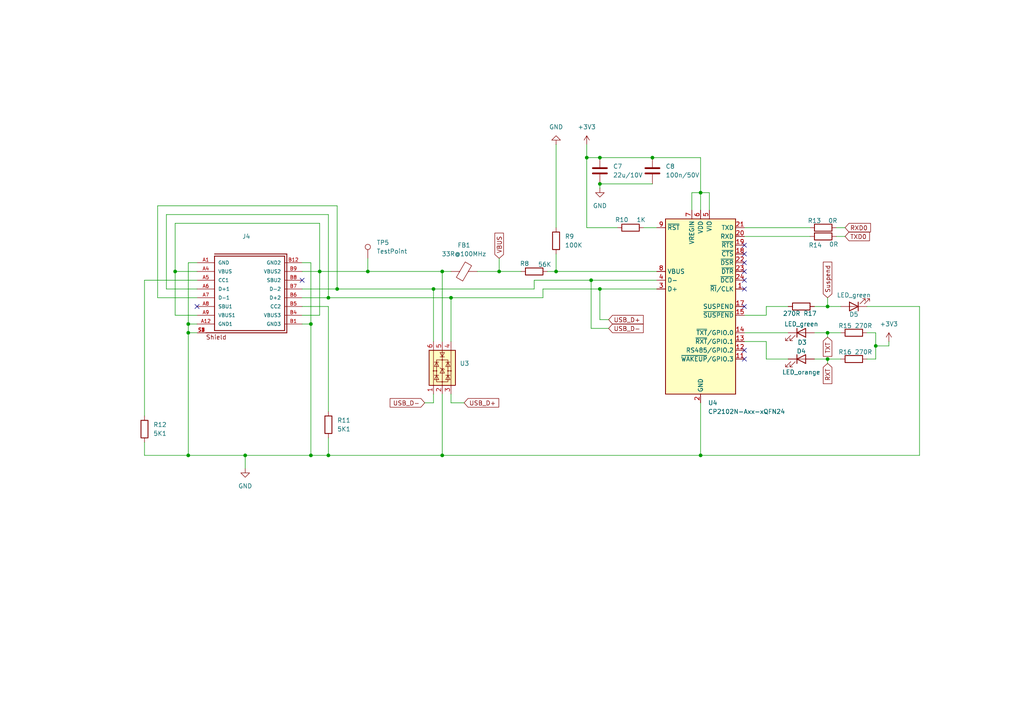
<source format=kicad_sch>
(kicad_sch (version 20250114) (generator "eeschema") (generator_version "9.0")
  (paper "A4")
  (title_block (title "USB_C connector"))
  (lib_symbols
    (symbol "629722000214:629722000214" (pin_names (offset 1.016))
      (property "Reference" "J" (at 0 11.43 0))
      (property "Value" "629722000214" (at 0 -15.24 0))
      (symbol "629722000214_0_0"
        (polyline (pts (xy -12.7 -12.7) (xy 10.795 -12.7)) (stroke (width 0.254)))
        (polyline (pts (xy -10.16 10.16) (xy 10.795 10.16)) (stroke (width 0.254)))
        (polyline (pts (xy -10.16 9.525) (xy 10.16 9.525)) (stroke (width 0.254)))
        (polyline (pts (xy -10.16 -12.065) (xy -10.16 9.525)) (stroke (width 0.254)))
        (polyline (pts (xy 10.16 9.525) (xy 10.16 -12.065)) (stroke (width 0.254)))
        (polyline (pts (xy 10.16 -12.065) (xy -10.16 -12.065)) (stroke (width 0.254)))
        (polyline (pts (xy 10.795 10.16) (xy 10.795 -12.7)) (stroke (width 0.254)))
        (text "Shield" (at -12.7 -14.732 0) (effects (font (size 1.27 1.27)) (justify left bottom)))
        (pin passive line (at -15.24 7.62 0) (length 5.08) (name "GND") (number "A1"))
        (pin passive line (at -15.24 5.08 0) (length 5.08) (name "VBUS") (number "A4"))
        (pin passive line (at -15.24 2.54 0) (length 5.08) (name "CC1") (number "A5"))
        (pin passive line (at -15.24 0 0) (length 5.08) (name "D+1") (number "A6"))
        (pin passive line (at -15.24 -2.54 0) (length 5.08) (name "D-1") (number "A7"))
        (pin passive line (at -15.24 -5.08 0) (length 5.08) (name "SBU1") (number "A8"))
        (pin passive line (at -15.24 -7.62 0) (length 5.08) (name "VBUS1") (number "A9"))
        (pin passive line (at -15.24 -10.16 0) (length 5.08) (name "GND1") (number "A12"))
        (pin passive line (at -15.24 -12.7 0) (length 2.54) (name "~") (number "S1"))
        (pin passive line (at -15.24 -12.7 0) (length 2.54) (name "~") (number "S2"))
        (pin passive line (at -15.24 -12.7 0) (length 2.54) (name "~") (number "S3"))
        (pin passive line (at -15.24 -12.7 0) (length 2.54) (name "~") (number "S4"))
        (pin passive line (at 15.24 7.62 180) (length 5.08) (name "GND2") (number "B12"))
        (pin passive line (at 15.24 5.08 180) (length 5.08) (name "VBUS2") (number "B9"))
        (pin passive line (at 15.24 2.54 180) (length 5.08) (name "SBU2") (number "B8"))
        (pin passive line (at 15.24 0 180) (length 5.08) (name "D-2") (number "B7"))
        (pin passive line (at 15.24 -2.54 180) (length 5.08) (name "D+2") (number "B6"))
        (pin passive line (at 15.24 -5.08 180) (length 5.08) (name "CC2") (number "B5"))
        (pin passive line (at 15.24 -7.62 180) (length 5.08) (name "VBUS3") (number "B4"))
        (pin passive line (at 15.24 -10.16 180) (length 5.08) (name "GND3") (number "B1"))
      )
    )
    (symbol "Connector:TestPoint" (pin_numbers (hide yes)) (pin_names (offset 0.762) (hide yes))
      (property "Reference" "TP" (at 0 6.858 0))
      (property "Value" "TestPoint" (at 0 5.08 0))
      (symbol "TestPoint_0_1"
        (circle (center 0 3.302) (radius 0.762))
      )
      (symbol "TestPoint_1_1"
        (pin passive line (at 0 0 90) (length 2.54) (name "1") (number "1"))
      )
    )
    (symbol "Device:C" (pin_numbers (hide yes)) (pin_names (offset 0.254))
      (property "Reference" "C" (at 0.635 2.54 0))
      (property "Value" "C" (at 0.635 -2.54 0))
      (symbol "C_0_1"
        (polyline (pts (xy -2.032 0.762) (xy 2.032 0.762)) (stroke (width 0.508)))
        (polyline (pts (xy -2.032 -0.762) (xy 2.032 -0.762)) (stroke (width 0.508)))
      )
      (symbol "C_1_1"
        (pin passive line (at 0 3.81 270) (length 2.794) (name "~") (number "1"))
        (pin passive line (at 0 -3.81 90) (length 2.794) (name "~") (number "2"))
      )
    )
    (symbol "Device:FerriteBead" (pin_numbers (hide yes)) (pin_names (offset 0))
      (property "Reference" "FB" (at -3.81 0.635 90))
      (property "Value" "FerriteBead" (at 3.81 0 90))
      (symbol "FerriteBead_0_1"
        (polyline (pts (xy -2.7686 0.4064) (xy -1.7018 2.2606) (xy 2.7686 -0.3048) (xy 1.6764 -2.159) (xy -2.7686 0.4064)))
        (polyline (pts (xy 0 1.27) (xy 0 1.2954)))
        (polyline (pts (xy 0 -1.27) (xy 0 -1.2192)))
      )
      (symbol "FerriteBead_1_1"
        (pin passive line (at 0 3.81 270) (length 2.54) (name "~") (number "1"))
        (pin passive line (at 0 -3.81 90) (length 2.54) (name "~") (number "2"))
      )
    )
    (symbol "Device:LED" (pin_numbers (hide yes)) (pin_names (offset 1.016) (hide yes))
      (property "Reference" "D" (at 0 2.54 0))
      (property "Value" "LED" (at 0 -2.54 0))
      (symbol "LED_0_1"
        (polyline (pts (xy -3.048 -0.762) (xy -4.572 -2.286) (xy -3.81 -2.286) (xy -4.572 -2.286) (xy -4.572 -1.524)))
        (polyline (pts (xy -1.778 -0.762) (xy -3.302 -2.286) (xy -2.54 -2.286) (xy -3.302 -2.286) (xy -3.302 -1.524)))
        (polyline (pts (xy -1.27 0) (xy 1.27 0)))
        (polyline (pts (xy -1.27 -1.27) (xy -1.27 1.27)) (stroke (width 0.254)))
        (polyline (pts (xy 1.27 -1.27) (xy 1.27 1.27) (xy -1.27 0) (xy 1.27 -1.27)) (stroke (width 0.254)))
      )
      (symbol "LED_1_1"
        (pin passive line (at -3.81 0 0) (length 2.54) (name "K") (number "1"))
        (pin passive line (at 3.81 0 180) (length 2.54) (name "A") (number "2"))
      )
    )
    (symbol "Device:R" (pin_numbers (hide yes)) (pin_names (offset 0))
      (property "Reference" "R" (at 2.032 0 90))
      (property "Value" "R" (at 0 0 90))
      (symbol "R_0_1"
        (rectangle (start -1.016 -2.54) (end 1.016 2.54) (stroke (width 0.254)))
      )
      (symbol "R_1_1"
        (pin passive line (at 0 3.81 270) (length 1.27) (name "~") (number "1"))
        (pin passive line (at 0 -3.81 90) (length 1.27) (name "~") (number "2"))
      )
    )
    (symbol "Interface_USB:CP2102N-Axx-xQFN24"
      (property "Reference" "U" (at -8.89 26.67 0))
      (property "Value" "CP2102N-Axx-xQFN24" (at 13.97 26.67 0))
      (symbol "CP2102N-Axx-xQFN24_0_1"
        (rectangle (start -10.16 25.4) (end 10.16 -25.4) (stroke (width 0.254)) (fill (type background)))
      )
      (symbol "CP2102N-Axx-xQFN24_1_1"
        (pin input line (at -12.7 22.86 0) (length 2.54) (name "~{RST}") (number "9"))
        (pin input line (at -12.7 10.16 0) (length 2.54) (name "VBUS") (number "8"))
        (pin bidirectional line (at -12.7 7.62 0) (length 2.54) (name "D-") (number "4"))
        (pin bidirectional line (at -12.7 5.08 0) (length 2.54) (name "D+") (number "3"))
        (pin no_connect line (at -10.16 -22.86 0) (length 2.54) (hide yes) (name "NC") (number "10"))
        (pin power_in line (at -2.54 27.94 270) (length 2.54) (name "VREGIN") (number "7"))
        (pin power_in line (at 0 27.94 270) (length 2.54) (name "VDD") (number "6"))
        (pin power_in line (at 0 -27.94 90) (length 2.54) (name "GND") (number "2"))
        (pin passive line (at 0 -27.94 90) (length 2.54) (hide yes) (name "GND") (number "25"))
        (pin power_in line (at 2.54 27.94 270) (length 2.54) (name "VIO") (number "5"))
        (pin no_connect line (at 10.16 -22.86 180) (length 2.54) (hide yes) (name "NC") (number "16"))
        (pin output line (at 12.7 22.86 180) (length 2.54) (name "TXD") (number "21"))
        (pin input line (at 12.7 20.32 180) (length 2.54) (name "RXD") (number "20"))
        (pin output line (at 12.7 17.78 180) (length 2.54) (name "~{RTS}") (number "19"))
        (pin input line (at 12.7 15.24 180) (length 2.54) (name "~{CTS}") (number "18"))
        (pin input line (at 12.7 12.7 180) (length 2.54) (name "~{DSR}") (number "22"))
        (pin output line (at 12.7 10.16 180) (length 2.54) (name "~{DTR}") (number "23"))
        (pin input line (at 12.7 7.62 180) (length 2.54) (name "~{DCD}") (number "24"))
        (pin bidirectional line (at 12.7 5.08 180) (length 2.54) (name "~{RI}/CLK") (number "1"))
        (pin output line (at 12.7 0 180) (length 2.54) (name "SUSPEND") (number "17"))
        (pin output line (at 12.7 -2.54 180) (length 2.54) (name "~{SUSPEND}") (number "15"))
        (pin bidirectional line (at 12.7 -7.62 180) (length 2.54) (name "~{TXT}/GPIO.0") (number "14"))
        (pin bidirectional line (at 12.7 -10.16 180) (length 2.54) (name "~{RXT}/GPIO.1") (number "13"))
        (pin bidirectional line (at 12.7 -12.7 180) (length 2.54) (name "RS485/GPIO.2") (number "12"))
        (pin bidirectional line (at 12.7 -15.24 180) (length 2.54) (name "~{WAKEUP}/GPIO.3") (number "11"))
      )
    )
    (symbol "Power_Protection:WE-TVS-82400102"
      (property "Reference" "U" (at 0 7.62 0))
      (property "Value" "WE-TVS-82400102" (at 0 5.08 0))
      (symbol "WE-TVS-82400102_0_1"
        (polyline (pts (xy -5.08 2.54) (xy 5.08 2.54)))
        (polyline (pts (xy -5.08 -2.54) (xy 5.08 -2.54)))
        (rectangle (start -4.064 1.651) (end 2.286 -1.651))
        (circle (center -4.064 0) (radius 0.127))
        (polyline (pts (xy -4.064 0) (xy -5.08 0)))
        (polyline (pts (xy -4.064 0) (xy 2.286 0)) (fill (type outline)))
        (polyline (pts (xy -3.429 1.016) (xy -3.429 2.286) (xy -2.159 1.651) (xy -3.429 1.016)))
        (polyline (pts (xy -3.429 -1.016) (xy -3.429 -2.286) (xy -2.159 -1.651) (xy -3.429 -1.016)))
        (polyline (pts (xy -2.159 2.286) (xy -2.159 1.016)))
        (polyline (pts (xy -2.159 -1.016) (xy -2.159 -2.286)))
        (circle (center -0.889 2.54) (radius 0.127))
        (circle (center -0.889 1.651) (radius 0.127))
        (polyline (pts (xy -0.889 1.651) (xy -0.889 2.54)))
        (circle (center -0.889 -1.651) (radius 0.127))
        (polyline (pts (xy -0.889 -1.651) (xy -0.889 -2.413)))
        (circle (center -0.889 -2.54) (radius 0.127))
        (polyline (pts (xy -0.508 -0.635) (xy -0.508 -0.635)))
        (polyline (pts (xy 0 0.635) (xy -0.254 0.381) (xy -0.254 -0.381) (xy -0.508 -0.635)))
        (polyline (pts (xy 0.381 1.016) (xy 0.381 2.286) (xy 1.651 1.651) (xy 0.381 1.016)))
        (polyline (pts (xy 0.381 -1.016) (xy 0.381 -2.286) (xy 1.651 -1.651) (xy 0.381 -1.016)))
        (polyline (pts (xy 1.651 2.286) (xy 1.651 1.016)))
        (polyline (pts (xy 1.651 -1.016) (xy 1.651 -2.286)))
        (polyline (pts (xy 2.286 0) (xy 5.08 0)))
        (circle (center 2.286 0) (radius 0.127))
      )
      (symbol "WE-TVS-82400102_1_1"
        (rectangle (start -5.08 3.81) (end 5.08 -3.81) (stroke (width 0.254)) (fill (type background)))
        (polyline (pts (xy -1.524 0.635) (xy -1.524 -0.635) (xy -0.254 0) (xy -1.524 0.635)))
        (polyline (pts (xy 3.175 0.635) (xy 3.175 -0.635)))
        (polyline (pts (xy 4.445 0.635) (xy 4.445 -0.635) (xy 3.175 0) (xy 4.445 0.635)))
        (pin passive line (at -7.62 2.54 0) (length 2.54) (name "~") (number "1"))
        (pin passive line (at -7.62 0 0) (length 2.54) (name "~") (number "2"))
        (pin passive line (at -7.62 -2.54 0) (length 2.54) (name "~") (number "3"))
        (pin passive line (at 7.62 2.54 180) (length 2.54) (name "~") (number "6"))
        (pin passive line (at 7.62 0 180) (length 2.54) (name "~") (number "5"))
        (pin passive line (at 7.62 -2.54 180) (length 2.54) (name "~") (number "4"))
      )
    )
    (symbol "power:+3V3" (power) (pin_numbers (hide yes)) (pin_names (offset 0) (hide yes))
      (property "Value" "+3V3" (at 0 3.556 0))
      (symbol "+3V3_0_1"
        (polyline (pts (xy -0.762 1.27) (xy 0 2.54)))
        (polyline (pts (xy 0 2.54) (xy 0.762 1.27)))
        (polyline (pts (xy 0 0) (xy 0 2.54)))
      )
      (symbol "+3V3_1_1"
        (pin power_in line (at 0 0 90) (length 0) (name "~") (number "1"))
      )
    )
    (symbol "power:GND" (power) (pin_numbers (hide yes)) (pin_names (offset 0) (hide yes))
      (property "Value" "GND" (at 0 -3.81 0))
      (symbol "GND_0_1"
        (polyline (pts (xy 0 0) (xy 0 -1.27) (xy 1.27 -1.27) (xy 0 -2.54) (xy -1.27 -1.27) (xy 0 -1.27)))
      )
      (symbol "GND_1_1"
        (pin power_in line (at 0 0 270) (length 0) (name "~") (number "1"))
      )
    )
  )
  (junction (at 173.99 83.82))
  (junction (at 128.27 78.74))
  (junction (at 240.03 88.9))
  (junction (at 203.2 132.08))
  (junction (at 254 100.33))
  (junction (at 240.03 104.14))
  (junction (at 240.03 96.52))
  (junction (at 128.27 132.08))
  (junction (at 144.78 78.74))
  (junction (at 170.18 45.72))
  (junction (at 106.68 78.74))
  (junction (at 95.25 132.08))
  (junction (at 171.45 81.28))
  (junction (at 173.99 45.72))
  (junction (at 54.61 96.52))
  (junction (at 95.25 86.36))
  (junction (at 173.99 53.34))
  (junction (at 203.2 55.88))
  (junction (at 54.61 132.08))
  (junction (at 189.23 45.72))
  (junction (at 161.29 78.74))
  (junction (at 125.73 83.82))
  (junction (at 54.61 93.98))
  (junction (at 50.8 78.74))
  (junction (at 90.17 93.98))
  (junction (at 97.79 83.82))
  (junction (at 90.17 132.08))
  (junction (at 71.12 132.08))
  (junction (at 92.71 78.74))
  (junction (at 130.81 86.36))
  (no_connect (at 215.9 88.9))
  (no_connect (at 215.9 78.74))
  (no_connect (at 215.9 83.82))
  (no_connect (at 87.63 81.28))
  (no_connect (at 215.9 104.14))
  (no_connect (at 57.15 88.9))
  (no_connect (at 215.9 73.66))
  (no_connect (at 215.9 76.2))
  (no_connect (at 215.9 81.28))
  (no_connect (at 215.9 71.12))
  (no_connect (at 215.9 101.6))
  (wire (pts (xy 90.17 76.2) (xy 90.17 93.98)))
  (wire (pts (xy 215.9 91.44) (xy 222.25 91.44)))
  (wire (pts (xy 176.53 95.25) (xy 171.45 95.25)))
  (wire (pts (xy 173.99 53.34) (xy 173.99 54.61)))
  (wire (pts (xy 257.81 100.33) (xy 254 100.33)))
  (wire (pts (xy 57.15 78.74) (xy 50.8 78.74)))
  (wire (pts (xy 254 100.33) (xy 254 104.14)))
  (wire (pts (xy 236.22 96.52) (xy 240.03 96.52)))
  (wire (pts (xy 50.8 64.77) (xy 92.71 64.77)))
  (wire (pts (xy 87.63 88.9) (xy 95.25 88.9)))
  (wire (pts (xy 173.99 45.72) (xy 189.23 45.72)))
  (wire (pts (xy 215.9 96.52) (xy 228.6 96.52)))
  (wire (pts (xy 95.25 86.36) (xy 130.81 86.36)))
  (wire (pts (xy 186.69 66.04) (xy 190.5 66.04)))
  (wire (pts (xy 95.25 88.9) (xy 95.25 119.38)))
  (wire (pts (xy 254 96.52) (xy 254 100.33)))
  (wire (pts (xy 170.18 66.04) (xy 179.07 66.04)))
  (wire (pts (xy 161.29 73.66) (xy 161.29 78.74)))
  (wire (pts (xy 41.91 128.27) (xy 41.91 132.08)))
  (wire (pts (xy 87.63 91.44) (xy 92.71 91.44)))
  (wire (pts (xy 251.46 96.52) (xy 254 96.52)))
  (wire (pts (xy 57.15 86.36) (xy 45.72 86.36)))
  (wire (pts (xy 205.74 60.96) (xy 205.74 55.88)))
  (wire (pts (xy 54.61 132.08) (xy 71.12 132.08)))
  (wire (pts (xy 158.75 78.74) (xy 161.29 78.74)))
  (wire (pts (xy 41.91 81.28) (xy 57.15 81.28)))
  (wire (pts (xy 45.72 86.36) (xy 45.72 59.69)))
  (wire (pts (xy 128.27 114.3) (xy 128.27 132.08)))
  (wire (pts (xy 170.18 45.72) (xy 170.18 66.04)))
  (wire (pts (xy 54.61 93.98) (xy 57.15 93.98)))
  (wire (pts (xy 128.27 132.08) (xy 203.2 132.08)))
  (wire (pts (xy 57.15 91.44) (xy 50.8 91.44)))
  (wire (pts (xy 57.15 76.2) (xy 54.61 76.2)))
  (wire (pts (xy 173.99 83.82) (xy 173.99 92.71)))
  (wire (pts (xy 106.68 74.93) (xy 106.68 78.74)))
  (wire (pts (xy 130.81 86.36) (xy 157.48 86.36)))
  (wire (pts (xy 71.12 132.08) (xy 71.12 135.89)))
  (wire (pts (xy 54.61 96.52) (xy 57.15 96.52)))
  (wire (pts (xy 200.66 55.88) (xy 203.2 55.88)))
  (wire (pts (xy 215.9 66.04) (xy 234.95 66.04)))
  (wire (pts (xy 245.11 68.58) (xy 242.57 68.58)))
  (wire (pts (xy 222.25 99.06) (xy 222.25 104.14)))
  (wire (pts (xy 95.25 132.08) (xy 128.27 132.08)))
  (wire (pts (xy 240.03 104.14) (xy 240.03 105.41)))
  (wire (pts (xy 54.61 93.98) (xy 54.61 96.52)))
  (wire (pts (xy 205.74 55.88) (xy 203.2 55.88)))
  (wire (pts (xy 240.03 104.14) (xy 243.84 104.14)))
  (wire (pts (xy 173.99 83.82) (xy 157.48 83.82)))
  (wire (pts (xy 189.23 45.72) (xy 203.2 45.72)))
  (wire (pts (xy 87.63 83.82) (xy 97.79 83.82)))
  (wire (pts (xy 87.63 93.98) (xy 90.17 93.98)))
  (wire (pts (xy 48.26 62.23) (xy 95.25 62.23)))
  (wire (pts (xy 236.22 104.14) (xy 240.03 104.14)))
  (wire (pts (xy 203.2 55.88) (xy 203.2 45.72)))
  (wire (pts (xy 161.29 41.91) (xy 161.29 66.04)))
  (wire (pts (xy 171.45 81.28) (xy 171.45 95.25)))
  (wire (pts (xy 200.66 60.96) (xy 200.66 55.88)))
  (wire (pts (xy 54.61 76.2) (xy 54.61 93.98)))
  (wire (pts (xy 154.94 83.82) (xy 154.94 81.28)))
  (wire (pts (xy 48.26 83.82) (xy 48.26 62.23)))
  (wire (pts (xy 240.03 88.9) (xy 243.84 88.9)))
  (wire (pts (xy 95.25 62.23) (xy 95.25 86.36)))
  (wire (pts (xy 240.03 96.52) (xy 240.03 97.79)))
  (wire (pts (xy 54.61 96.52) (xy 54.61 132.08)))
  (wire (pts (xy 251.46 88.9) (xy 266.7 88.9)))
  (wire (pts (xy 173.99 53.34) (xy 189.23 53.34)))
  (wire (pts (xy 171.45 81.28) (xy 190.5 81.28)))
  (wire (pts (xy 128.27 78.74) (xy 130.81 78.74)))
  (wire (pts (xy 92.71 64.77) (xy 92.71 78.74)))
  (wire (pts (xy 45.72 59.69) (xy 97.79 59.69)))
  (wire (pts (xy 90.17 132.08) (xy 95.25 132.08)))
  (wire (pts (xy 215.9 68.58) (xy 234.95 68.58)))
  (wire (pts (xy 87.63 76.2) (xy 90.17 76.2)))
  (wire (pts (xy 92.71 91.44) (xy 92.71 78.74)))
  (wire (pts (xy 240.03 96.52) (xy 243.84 96.52)))
  (wire (pts (xy 215.9 99.06) (xy 222.25 99.06)))
  (wire (pts (xy 266.7 88.9) (xy 266.7 132.08)))
  (wire (pts (xy 125.73 116.84) (xy 123.19 116.84)))
  (wire (pts (xy 222.25 104.14) (xy 228.6 104.14)))
  (wire (pts (xy 90.17 93.98) (xy 90.17 132.08)))
  (wire (pts (xy 97.79 59.69) (xy 97.79 83.82)))
  (wire (pts (xy 95.25 127) (xy 95.25 132.08)))
  (wire (pts (xy 57.15 83.82) (xy 48.26 83.82)))
  (wire (pts (xy 50.8 78.74) (xy 50.8 64.77)))
  (wire (pts (xy 240.03 86.36) (xy 240.03 88.9)))
  (wire (pts (xy 130.81 116.84) (xy 134.62 116.84)))
  (wire (pts (xy 125.73 83.82) (xy 125.73 99.06)))
  (wire (pts (xy 251.46 104.14) (xy 254 104.14)))
  (wire (pts (xy 176.53 92.71) (xy 173.99 92.71)))
  (wire (pts (xy 92.71 78.74) (xy 106.68 78.74)))
  (wire (pts (xy 222.25 91.44) (xy 222.25 88.9)))
  (wire (pts (xy 106.68 78.74) (xy 128.27 78.74)))
  (wire (pts (xy 125.73 114.3) (xy 125.73 116.84)))
  (wire (pts (xy 144.78 78.74) (xy 151.13 78.74)))
  (wire (pts (xy 203.2 60.96) (xy 203.2 55.88)))
  (wire (pts (xy 236.22 88.9) (xy 240.03 88.9)))
  (wire (pts (xy 125.73 83.82) (xy 154.94 83.82)))
  (wire (pts (xy 71.12 132.08) (xy 90.17 132.08)))
  (wire (pts (xy 170.18 45.72) (xy 173.99 45.72)))
  (wire (pts (xy 87.63 86.36) (xy 95.25 86.36)))
  (wire (pts (xy 203.2 116.84) (xy 203.2 132.08)))
  (wire (pts (xy 41.91 81.28) (xy 41.91 120.65)))
  (wire (pts (xy 154.94 81.28) (xy 171.45 81.28)))
  (wire (pts (xy 157.48 83.82) (xy 157.48 86.36)))
  (wire (pts (xy 144.78 74.93) (xy 144.78 78.74)))
  (wire (pts (xy 257.81 99.06) (xy 257.81 100.33)))
  (wire (pts (xy 130.81 86.36) (xy 130.81 99.06)))
  (wire (pts (xy 41.91 132.08) (xy 54.61 132.08)))
  (wire (pts (xy 130.81 114.3) (xy 130.81 116.84)))
  (wire (pts (xy 161.29 78.74) (xy 190.5 78.74)))
  (wire (pts (xy 138.43 78.74) (xy 144.78 78.74)))
  (wire (pts (xy 222.25 88.9) (xy 228.6 88.9)))
  (wire (pts (xy 97.79 83.82) (xy 125.73 83.82)))
  (wire (pts (xy 245.11 66.04) (xy 242.57 66.04)))
  (wire (pts (xy 87.63 78.74) (xy 92.71 78.74)))
  (wire (pts (xy 170.18 41.91) (xy 170.18 45.72)))
  (wire (pts (xy 173.99 83.82) (xy 190.5 83.82)))
  (wire (pts (xy 50.8 91.44) (xy 50.8 78.74)))
  (wire (pts (xy 128.27 78.74) (xy 128.27 99.06)))
  (wire (pts (xy 266.7 132.08) (xy 203.2 132.08)))
  (global_label "USB_D-" (shape input) (at 123.19 116.84 180) (property "Intersheetrefs" "${INTERSHEET_REFS}" (effects (hide yes))))
  (global_label "RXD0" (shape input) (at 245.11 66.04 0) (property "Intersheetrefs" "${INTERSHEET_REFS}" (effects (hide yes))))
  (global_label "Suspend" (shape input) (at 240.03 86.36 90) (property "Intersheetrefs" "${INTERSHEET_REFS}" (effects (hide yes))))
  (global_label "TXT" (shape input) (at 240.03 97.79 270) (property "Intersheetrefs" "${INTERSHEET_REFS}" (effects (hide yes))))
  (global_label "RXT" (shape input) (at 240.03 105.41 270) (property "Intersheetrefs" "${INTERSHEET_REFS}" (effects (hide yes))))
  (global_label "TXD0" (shape input) (at 245.11 68.58 0) (property "Intersheetrefs" "${INTERSHEET_REFS}" (effects (hide yes))))
  (global_label "USB_D+" (shape input) (at 134.62 116.84 0) (property "Intersheetrefs" "${INTERSHEET_REFS}" (effects (hide yes))))
  (global_label "VBUS" (shape input) (at 144.78 74.93 90) (property "Intersheetrefs" "${INTERSHEET_REFS}" (effects (hide yes))))
  (global_label "USB_D-" (shape input) (at 176.53 95.25 0) (property "Intersheetrefs" "${INTERSHEET_REFS}" (effects (hide yes))))
  (global_label "USB_D+" (shape input) (at 176.53 92.71 0) (property "Intersheetrefs" "${INTERSHEET_REFS}" (effects (hide yes))))
  (symbol (lib_id "Device:R") (at 161.29 69.85 180) (unit 1)
    (property "Reference" "R9" (at 163.83 68.5799 0) (effects (justify right)))
    (property "Value" "100K" (at 163.83 71.1199 0) (effects (justify right)))
    (property "Footprint" "Resistor_SMD:R_0603_1608Metric" (effects (hide yes)))
    (property "Description" "Resistor" (effects (hide yes)))
  )
  (symbol (lib_id "Device:R") (at 247.65 96.52 90) (unit 1)
    (property "Reference" "R15" (at 245.11 94.488 90))
    (property "Value" "270R" (at 250.444 94.488 90))
    (property "Footprint" "Resistor_SMD:R_0603_1608Metric" (effects (hide yes)))
    (property "Description" "Resistor" (effects (hide yes)))
  )
  (symbol (lib_id "Device:R") (at 95.25 123.19 180) (unit 1)
    (property "Reference" "R11" (at 97.79 121.9199 0) (effects (justify right)))
    (property "Value" "5K1" (at 97.79 124.4599 0) (effects (justify right)))
    (property "Footprint" "Resistor_SMD:R_0603_1608Metric" (effects (hide yes)))
    (property "Description" "Resistor" (effects (hide yes)))
  )
  (symbol (lib_id "Device:R") (at 247.65 104.14 90) (unit 1)
    (property "Reference" "R16" (at 245.11 102.108 90))
    (property "Value" "270R" (at 250.444 102.108 90))
    (property "Footprint" "Resistor_SMD:R_0603_1608Metric" (effects (hide yes)))
    (property "Description" "Resistor" (effects (hide yes)))
  )
  (symbol (lib_id "Connector:TestPoint") (at 106.68 74.93 0) (unit 1)
    (property "Reference" "TP5" (at 109.22 70.3579 0) (effects (justify left)))
    (property "Value" "TestPoint" (at 109.22 72.8979 0) (effects (justify left)))
    (property "Footprint" "TestPoint:TestPoint_Pad_D1.0mm" (effects (hide yes)))
    (property "Description" "test point" (effects (hide yes)))
  )
  (symbol (lib_id "Device:C") (at 189.23 49.53 0) (unit 1)
    (property "Reference" "C8" (at 193.04 48.2599 0) (effects (justify left)))
    (property "Value" "100n/50V" (at 193.04 50.7999 0) (effects (justify left)))
    (property "Footprint" "Capacitor_SMD:C_0603_1608Metric" (effects (hide yes)))
    (property "Description" "Unpolarized capacitor" (effects (hide yes)))
  )
  (symbol (lib_id "Device:R") (at 232.41 88.9 270) (unit 1)
    (property "Reference" "R17" (at 234.95 90.932 90))
    (property "Value" "270R" (at 229.616 90.932 90))
    (property "Footprint" "Resistor_SMD:R_0603_1608Metric" (effects (hide yes)))
    (property "Description" "Resistor" (effects (hide yes)))
  )
  (symbol (lib_id "Device:R") (at 154.94 78.74 90) (unit 1)
    (property "Reference" "R8" (at 152.146 76.454 90))
    (property "Value" "56K" (at 157.988 76.708 90))
    (property "Footprint" "Resistor_SMD:R_0603_1608Metric" (effects (hide yes)))
    (property "Description" "Resistor" (effects (hide yes)))
  )
  (symbol (lib_id "power:+3V3") (at 170.18 41.91 0) (unit 1)
    (property "Reference" "#PWR015" (effects (hide yes)))
    (property "Value" "+3V3" (at 170.18 36.83 0))
    (property "Description" "Power symbol creates a global label with name \"+3V3\"" (effects (hide yes)))
  )
  (symbol (lib_id "629722000214:629722000214") (at 72.39 83.82 0) (unit 1)
    (property "Reference" "J4" (at 71.4375 68.58 0))
    (property "Footprint" "Connector_USB:USB_C_Receptacle_GCT_USB4105-xx-A_16P_TopMnt_Horizontal" (effects (hide yes)))
    (property "Datasheet" "https://gct.co/files/specs/usb4105-spec.pdf" (effects (hide yes)))
    (property "MPN" "USB4105-GF-A-120" (effects (hide yes)))
  )
  (symbol (lib_id "power:GND") (at 161.29 41.91 180) (unit 1)
    (property "Reference" "#PWR014" (effects (hide yes)))
    (property "Value" "GND" (at 161.29 36.83 0))
    (property "Description" "Power symbol creates a global label with name \"GND\" , ground" (effects (hide yes)))
  )
  (symbol (lib_id "Power_Protection:WE-TVS-82400102") (at 128.27 106.68 90) (unit 1)
    (property "Reference" "U3" (at 133.35 105.4099 90) (effects (justify right)))
    (property "Value" "WE-TVS-82400102" (effects (hide yes)))
    (property "Footprint" "Package_TO_SOT_SMD:SOT-23-6" (effects (hide yes)))
    (property "Datasheet" "https://www.we-online.com/components/products/datasheet/82400102.pdf" (effects (hide yes)))
    (property "Description" "Low Capacitance TVS Diode Array, 2 Channels, SOT-23-6" (effects (hide yes)))
    (property "MPN" "710-82400102" (effects (hide yes)))
  )
  (symbol (lib_id "power:GND") (at 173.99 54.61 0) (unit 1)
    (property "Reference" "#PWR019" (effects (hide yes)))
    (property "Value" "GND" (at 173.99 59.69 0))
    (property "Description" "Power symbol creates a global label with name \"GND\" , ground" (effects (hide yes)))
  )
  (symbol (lib_id "Device:LED") (at 232.41 104.14 0) (unit 1)
    (property "Reference" "D4" (at 232.41 101.854 0))
    (property "Value" "LED_orange" (at 232.41 107.95 0))
    (property "Footprint" "LED_SMD:LED_0603_1608Metric" (effects (hide yes)))
    (property "Datasheet" "https://optoelectronics.liteon.com/upload/download/DS-22-99-0186/LTST-C190KFKT.PDF" (effects (hide yes)))
    (property "Description" "Light emitting diode" (effects (hide yes)))
    (property "Sim.Pins" "1=K 2=A" (effects (hide yes)))
    (property "MPN" "859-LTST-C190KFKT" (effects (hide yes)))
  )
  (symbol (lib_id "Interface_USB:CP2102N-Axx-xQFN24") (at 203.2 88.9 0) (unit 1)
    (property "Reference" "U4" (at 205.3433 116.84 0) (effects (justify left)))
    (property "Value" "CP2102N-Axx-xQFN24" (at 205.3433 119.38 0) (effects (justify left)))
    (property "Footprint" "Package_DFN_QFN:QFN-24-1EP_4x4mm_P0.5mm_EP2.6x2.6mm" (effects (hide yes)))
    (property "Datasheet" "https://www.silabs.com/documents/public/data-sheets/cp2102n-datasheet.pdf" (effects (hide yes)))
    (property "Description" "USB to UART master bridge, QFN-24" (effects (hide yes)))
    (property "MPN" "634-CP2102NA02GQFN24" (effects (hide yes)))
  )
  (symbol (lib_id "power:+3V3") (at 257.81 99.06 0) (unit 1)
    (property "Reference" "#PWR012" (effects (hide yes)))
    (property "Value" "+3V3" (at 257.81 93.98 0))
    (property "Description" "Power symbol creates a global label with name \"+3V3\"" (effects (hide yes)))
  )
  (symbol (lib_id "Device:R") (at 238.76 68.58 90) (unit 1)
    (property "Reference" "R14" (at 236.474 71.12 90))
    (property "Value" "0R" (at 241.808 70.866 90))
    (property "Footprint" "Resistor_SMD:R_0603_1608Metric" (effects (hide yes)))
    (property "Description" "Resistor" (effects (hide yes)))
  )
  (symbol (lib_id "Device:LED") (at 247.65 88.9 180) (unit 1)
    (property "Reference" "D5" (at 247.65 91.186 0))
    (property "Value" "LED_green" (at 247.65 85.598 0))
    (property "Footprint" "LED_SMD:LED_0603_1608Metric" (effects (hide yes)))
    (property "Datasheet" "https://www.we-online.com/components/products/datasheet/150060VS75000.pdf" (effects (hide yes)))
    (property "Description" "Light emitting diode" (effects (hide yes)))
    (property "Sim.Pins" "1=K 2=A" (effects (hide yes)))
    (property "MPN" "710-150060VS75000" (effects (hide yes)))
  )
  (symbol (lib_id "Device:R") (at 238.76 66.04 90) (unit 1)
    (property "Reference" "R13" (at 236.22 64.008 90))
    (property "Value" "0R" (at 241.554 64.008 90))
    (property "Footprint" "Resistor_SMD:R_0603_1608Metric" (effects (hide yes)))
    (property "Description" "Resistor" (effects (hide yes)))
  )
  (symbol (lib_id "Device:C") (at 173.99 49.53 0) (unit 1)
    (property "Reference" "C7" (at 177.8 48.2599 0) (effects (justify left)))
    (property "Value" "22u/10V" (at 177.8 50.7999 0) (effects (justify left)))
    (property "Footprint" "Capacitor_SMD:C_0603_1608Metric" (effects (hide yes)))
    (property "Description" "Unpolarized capacitor" (effects (hide yes)))
  )
  (symbol (lib_id "Device:R") (at 41.91 124.46 180) (unit 1)
    (property "Reference" "R12" (at 44.45 123.1899 0) (effects (justify right)))
    (property "Value" "5K1" (at 44.45 125.7299 0) (effects (justify right)))
    (property "Footprint" "Resistor_SMD:R_0603_1608Metric" (effects (hide yes)))
    (property "Description" "Resistor" (effects (hide yes)))
  )
  (symbol (lib_id "power:GND") (at 71.12 135.89 0) (unit 1)
    (property "Reference" "#PWR016" (effects (hide yes)))
    (property "Value" "GND" (at 71.12 140.97 0))
    (property "Description" "Power symbol creates a global label with name \"GND\" , ground" (effects (hide yes)))
  )
  (symbol (lib_id "Device:LED") (at 232.41 96.52 0) (unit 1)
    (property "Reference" "D3" (at 232.664 99.314 0))
    (property "Value" "LED_green" (at 232.41 93.98 0))
    (property "Footprint" "LED_SMD:LED_0603_1608Metric" (effects (hide yes)))
    (property "Datasheet" "https://www.we-online.com/components/products/datasheet/150060VS75000.pdf" (effects (hide yes)))
    (property "Description" "Light emitting diode" (effects (hide yes)))
    (property "Sim.Pins" "1=K 2=A" (effects (hide yes)))
    (property "MPN" "710-150060VS75000" (effects (hide yes)))
  )
  (symbol (lib_id "Device:R") (at 182.88 66.04 90) (unit 1)
    (property "Reference" "R10" (at 180.34 63.754 90))
    (property "Value" "1K" (at 185.928 63.754 90))
    (property "Footprint" "Resistor_SMD:R_0603_1608Metric" (effects (hide yes)))
    (property "Description" "Resistor" (effects (hide yes)))
  )
  (symbol (lib_id "Device:FerriteBead") (at 134.62 78.74 90) (unit 1)
    (property "Reference" "FB1" (at 134.5692 71.12 90))
    (property "Value" "33R@100MHz" (at 134.5692 73.66 90))
    (property "Footprint" "Inductor_SMD:L_0603_1608Metric" (effects (hide yes)))
    (property "Datasheet" "https://www.we-online.com/components/products/datasheet/742792641.pdf" (effects (hide yes)))
    (property "Description" "Ferrite bead" (effects (hide yes)))
    (property "MPN" "710-742792641" (effects (hide yes)))
  )
)
</source>
